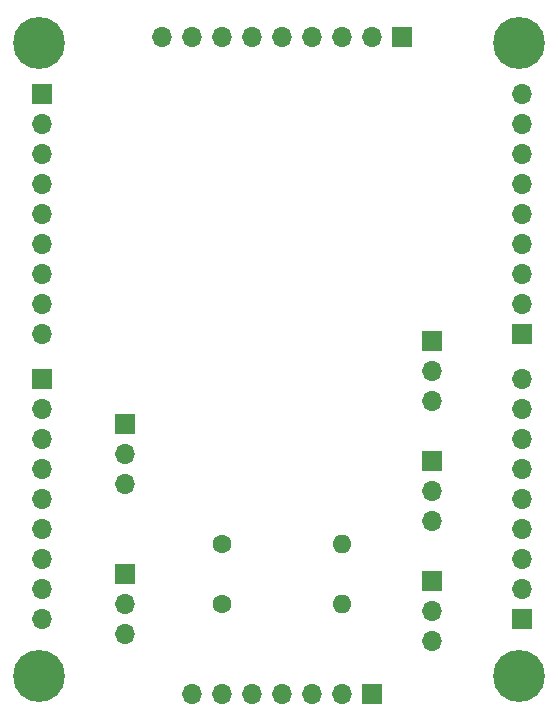
<source format=gbr>
%TF.GenerationSoftware,KiCad,Pcbnew,5.1.10*%
%TF.CreationDate,2021-09-02T21:39:33+02:00*%
%TF.ProjectId,pca9505-breakout.noqfn,70636139-3530-4352-9d62-7265616b6f75,rev?*%
%TF.SameCoordinates,Original*%
%TF.FileFunction,Soldermask,Bot*%
%TF.FilePolarity,Negative*%
%FSLAX46Y46*%
G04 Gerber Fmt 4.6, Leading zero omitted, Abs format (unit mm)*
G04 Created by KiCad (PCBNEW 5.1.10) date 2021-09-02 21:39:33*
%MOMM*%
%LPD*%
G01*
G04 APERTURE LIST*
%ADD10O,1.700000X1.700000*%
%ADD11R,1.700000X1.700000*%
%ADD12C,4.400000*%
%ADD13C,0.700000*%
%ADD14O,1.600000X1.600000*%
%ADD15C,1.600000*%
G04 APERTURE END LIST*
D10*
%TO.C,J5*%
X195580000Y-68580000D03*
X195580000Y-71120000D03*
X195580000Y-73660000D03*
X195580000Y-76200000D03*
X195580000Y-78740000D03*
X195580000Y-81280000D03*
X195580000Y-83820000D03*
X195580000Y-86360000D03*
D11*
X195580000Y-88900000D03*
%TD*%
D10*
%TO.C,J4*%
X195580000Y-92710000D03*
X195580000Y-95250000D03*
X195580000Y-97790000D03*
X195580000Y-100330000D03*
X195580000Y-102870000D03*
X195580000Y-105410000D03*
X195580000Y-107950000D03*
X195580000Y-110490000D03*
D11*
X195580000Y-113030000D03*
%TD*%
D10*
%TO.C,J6*%
X165100000Y-63754000D03*
X167640000Y-63754000D03*
X170180000Y-63754000D03*
X172720000Y-63754000D03*
X175260000Y-63754000D03*
X177800000Y-63754000D03*
X180340000Y-63754000D03*
X182880000Y-63754000D03*
D11*
X185420000Y-63754000D03*
%TD*%
D10*
%TO.C,J3*%
X154940000Y-113030000D03*
X154940000Y-110490000D03*
X154940000Y-107950000D03*
X154940000Y-105410000D03*
X154940000Y-102870000D03*
X154940000Y-100330000D03*
X154940000Y-97790000D03*
X154940000Y-95250000D03*
D11*
X154940000Y-92710000D03*
%TD*%
D10*
%TO.C,J2*%
X154940000Y-88900000D03*
X154940000Y-86360000D03*
X154940000Y-83820000D03*
X154940000Y-81280000D03*
X154940000Y-78740000D03*
X154940000Y-76200000D03*
X154940000Y-73660000D03*
X154940000Y-71120000D03*
D11*
X154940000Y-68580000D03*
%TD*%
D12*
%TO.C,H3*%
X195326000Y-64262000D03*
D13*
X196976000Y-64262000D03*
X196492726Y-65428726D03*
X195326000Y-65912000D03*
X194159274Y-65428726D03*
X193676000Y-64262000D03*
X194159274Y-63095274D03*
X195326000Y-62612000D03*
X196492726Y-63095274D03*
%TD*%
D12*
%TO.C,H4*%
X195326000Y-117856000D03*
D13*
X196976000Y-117856000D03*
X196492726Y-119022726D03*
X195326000Y-119506000D03*
X194159274Y-119022726D03*
X193676000Y-117856000D03*
X194159274Y-116689274D03*
X195326000Y-116206000D03*
X196492726Y-116689274D03*
%TD*%
D12*
%TO.C,H1*%
X154686000Y-64262000D03*
D13*
X156336000Y-64262000D03*
X155852726Y-65428726D03*
X154686000Y-65912000D03*
X153519274Y-65428726D03*
X153036000Y-64262000D03*
X153519274Y-63095274D03*
X154686000Y-62612000D03*
X155852726Y-63095274D03*
%TD*%
D12*
%TO.C,H2*%
X154686000Y-117856000D03*
D13*
X156336000Y-117856000D03*
X155852726Y-119022726D03*
X154686000Y-119506000D03*
X153519274Y-119022726D03*
X153036000Y-117856000D03*
X153519274Y-116689274D03*
X154686000Y-116206000D03*
X155852726Y-116689274D03*
%TD*%
D14*
%TO.C,R2 1k6*%
X180340000Y-106680000D03*
D15*
X170180000Y-106680000D03*
%TD*%
D14*
%TO.C,R1 1k6*%
X180340000Y-111760000D03*
D15*
X170180000Y-111760000D03*
%TD*%
D10*
%TO.C,JP5*%
X187960000Y-114935000D03*
X187960000Y-112395000D03*
D11*
X187960000Y-109855000D03*
%TD*%
D10*
%TO.C,JP4*%
X161925000Y-114300000D03*
X161925000Y-111760000D03*
D11*
X161925000Y-109220000D03*
%TD*%
D10*
%TO.C,JP3*%
X161925000Y-101600000D03*
X161925000Y-99060000D03*
D11*
X161925000Y-96520000D03*
%TD*%
D10*
%TO.C,JP2*%
X187960000Y-94615000D03*
X187960000Y-92075000D03*
D11*
X187960000Y-89535000D03*
%TD*%
D10*
%TO.C,JP1*%
X187960000Y-104775000D03*
X187960000Y-102235000D03*
D11*
X187960000Y-99695000D03*
%TD*%
D10*
%TO.C,J1*%
X167640000Y-119380000D03*
X170180000Y-119380000D03*
X172720000Y-119380000D03*
X175260000Y-119380000D03*
X177800000Y-119380000D03*
X180340000Y-119380000D03*
D11*
X182880000Y-119380000D03*
%TD*%
M02*

</source>
